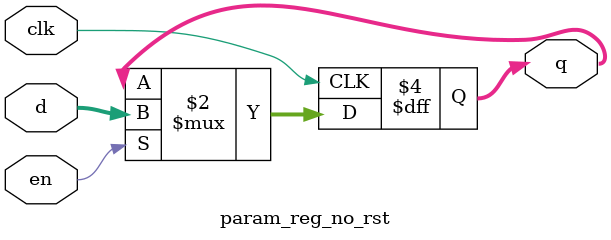
<source format=sv>
module mux_2_1 #(
parameter WIDTH = 10
)(    
input  logic [WIDTH - 1 : 0] a, 
input  logic [WIDTH - 1 : 0] b, 
input  logic                 sel,
 
output logic [WIDTH - 1 : 0] y
);

assign y = sel ? b : a; 

endmodule

module param_reg #(
parameter WIDTH = 20
)(
input  logic                 clk,
input  logic                 rst,
input  logic                 en,
input  logic [WIDTH - 1 : 0] d,

output logic [WIDTH - 1 : 0] q
);

always_ff @(posedge clk) begin
  if (rst) 
    q <= 'h0;
  else if (en)
    q <= d;
end

endmodule 

module param_reg_no_rst #(
parameter WIDTH = 20
)(
input  logic                 clk,
input  logic                 en,
input  logic [WIDTH - 1 : 0] d,

output logic [WIDTH - 1 : 0] q
);

always_ff @(posedge clk) begin
  if (en)
    q <= d;
end

endmodule 

</source>
